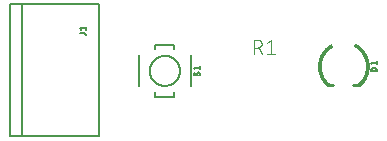
<source format=gbr>
G04 EAGLE Gerber RS-274X export*
G75*
%MOMM*%
%FSLAX34Y34*%
%LPD*%
%INSilkscreen Top*%
%IPPOS*%
%AMOC8*
5,1,8,0,0,1.08239X$1,22.5*%
G01*
%ADD10C,0.025400*%
%ADD11C,0.254000*%
%ADD12C,0.127000*%
%ADD13C,0.203200*%
%ADD14C,0.101600*%


D10*
X302128Y54714D02*
X300664Y56470D01*
X300665Y56470D02*
X301012Y56771D01*
X301352Y57080D01*
X301685Y57397D01*
X302010Y57722D01*
X302327Y58054D01*
X302636Y58394D01*
X302937Y58742D01*
X303230Y59096D01*
X303513Y59458D01*
X303788Y59826D01*
X304055Y60201D01*
X304312Y60582D01*
X304560Y60969D01*
X304798Y61361D01*
X305027Y61760D01*
X305247Y62164D01*
X305457Y62572D01*
X305657Y62986D01*
X305847Y63405D01*
X306026Y63828D01*
X306196Y64255D01*
X306355Y64686D01*
X306504Y65121D01*
X306643Y65559D01*
X306771Y66000D01*
X306888Y66445D01*
X306995Y66892D01*
X307091Y67341D01*
X307176Y67793D01*
X307250Y68246D01*
X307314Y68702D01*
X307366Y69158D01*
X307408Y69616D01*
X307438Y70074D01*
X307458Y70534D01*
X307467Y70993D01*
X309752Y70994D01*
X309753Y70993D01*
X309743Y70478D01*
X309722Y69963D01*
X309688Y69449D01*
X309642Y68936D01*
X309583Y68424D01*
X309512Y67914D01*
X309429Y67405D01*
X309334Y66899D01*
X309226Y66395D01*
X309107Y65894D01*
X308976Y65396D01*
X308832Y64901D01*
X308677Y64410D01*
X308510Y63922D01*
X308331Y63439D01*
X308141Y62960D01*
X307940Y62486D01*
X307727Y62017D01*
X307503Y61553D01*
X307268Y61094D01*
X307021Y60642D01*
X306765Y60195D01*
X306497Y59755D01*
X306219Y59321D01*
X305931Y58894D01*
X305632Y58474D01*
X305323Y58062D01*
X305005Y57656D01*
X304677Y57259D01*
X304340Y56870D01*
X303993Y56489D01*
X303637Y56116D01*
X303273Y55752D01*
X302900Y55397D01*
X302518Y55051D01*
X302128Y54714D01*
X301974Y54898D01*
X302360Y55231D01*
X302737Y55573D01*
X303106Y55925D01*
X303466Y56285D01*
X303818Y56653D01*
X304161Y57030D01*
X304494Y57415D01*
X304819Y57808D01*
X305133Y58208D01*
X305438Y58616D01*
X305734Y59031D01*
X306019Y59453D01*
X306294Y59882D01*
X306558Y60318D01*
X306812Y60759D01*
X307055Y61207D01*
X307288Y61660D01*
X307509Y62118D01*
X307720Y62582D01*
X307919Y63051D01*
X308107Y63525D01*
X308284Y64002D01*
X308449Y64484D01*
X308602Y64970D01*
X308744Y65459D01*
X308874Y65952D01*
X308992Y66447D01*
X309098Y66945D01*
X309193Y67446D01*
X309275Y67949D01*
X309345Y68453D01*
X309403Y68959D01*
X309448Y69467D01*
X309482Y69975D01*
X309503Y70484D01*
X309513Y70993D01*
X309273Y70993D01*
X309264Y70490D01*
X309242Y69987D01*
X309209Y69484D01*
X309164Y68983D01*
X309107Y68482D01*
X309037Y67984D01*
X308956Y67487D01*
X308863Y66992D01*
X308758Y66499D01*
X308641Y66010D01*
X308513Y65523D01*
X308373Y65039D01*
X308221Y64559D01*
X308058Y64083D01*
X307883Y63610D01*
X307697Y63142D01*
X307500Y62679D01*
X307292Y62220D01*
X307073Y61767D01*
X306843Y61319D01*
X306603Y60876D01*
X306352Y60440D01*
X306090Y60010D01*
X305818Y59586D01*
X305537Y59168D01*
X305245Y58758D01*
X304943Y58355D01*
X304632Y57959D01*
X304312Y57570D01*
X303982Y57190D01*
X303643Y56817D01*
X303296Y56453D01*
X302939Y56097D01*
X302575Y55750D01*
X302202Y55412D01*
X301821Y55082D01*
X301667Y55267D01*
X302044Y55592D01*
X302412Y55927D01*
X302773Y56270D01*
X303125Y56622D01*
X303468Y56982D01*
X303803Y57350D01*
X304129Y57726D01*
X304446Y58110D01*
X304753Y58501D01*
X305051Y58900D01*
X305340Y59306D01*
X305618Y59718D01*
X305887Y60137D01*
X306145Y60562D01*
X306393Y60994D01*
X306631Y61431D01*
X306858Y61874D01*
X307075Y62322D01*
X307280Y62775D01*
X307475Y63233D01*
X307659Y63696D01*
X307831Y64163D01*
X307993Y64634D01*
X308143Y65108D01*
X308281Y65586D01*
X308408Y66067D01*
X308524Y66551D01*
X308627Y67038D01*
X308720Y67527D01*
X308800Y68019D01*
X308868Y68511D01*
X308925Y69006D01*
X308970Y69502D01*
X309003Y69998D01*
X309024Y70496D01*
X309033Y70993D01*
X308793Y70993D01*
X308784Y70501D01*
X308763Y70010D01*
X308730Y69519D01*
X308686Y69029D01*
X308630Y68541D01*
X308562Y68053D01*
X308483Y67568D01*
X308392Y67085D01*
X308289Y66604D01*
X308175Y66125D01*
X308050Y65650D01*
X307913Y65177D01*
X307765Y64708D01*
X307605Y64243D01*
X307435Y63782D01*
X307253Y63324D01*
X307061Y62872D01*
X306857Y62424D01*
X306644Y61981D01*
X306419Y61543D01*
X306184Y61111D01*
X305939Y60685D01*
X305683Y60265D01*
X305418Y59850D01*
X305143Y59443D01*
X304858Y59042D01*
X304563Y58648D01*
X304259Y58261D01*
X303946Y57882D01*
X303624Y57510D01*
X303293Y57146D01*
X302954Y56790D01*
X302606Y56443D01*
X302250Y56103D01*
X301886Y55773D01*
X301513Y55451D01*
X301360Y55636D01*
X301727Y55953D01*
X302087Y56280D01*
X302439Y56615D01*
X302783Y56959D01*
X303119Y57310D01*
X303445Y57670D01*
X303764Y58037D01*
X304073Y58412D01*
X304373Y58795D01*
X304664Y59184D01*
X304946Y59580D01*
X305218Y59983D01*
X305480Y60392D01*
X305732Y60807D01*
X305975Y61229D01*
X306207Y61656D01*
X306429Y62088D01*
X306640Y62526D01*
X306841Y62968D01*
X307031Y63416D01*
X307211Y63867D01*
X307379Y64323D01*
X307537Y64783D01*
X307683Y65246D01*
X307818Y65713D01*
X307942Y66183D01*
X308055Y66656D01*
X308157Y67131D01*
X308246Y67609D01*
X308325Y68088D01*
X308392Y68570D01*
X308447Y69053D01*
X308491Y69537D01*
X308523Y70022D01*
X308544Y70507D01*
X308553Y70993D01*
X308313Y70993D01*
X308304Y70513D01*
X308283Y70033D01*
X308252Y69554D01*
X308208Y69076D01*
X308154Y68599D01*
X308087Y68123D01*
X308010Y67649D01*
X307921Y67178D01*
X307821Y66708D01*
X307709Y66241D01*
X307587Y65777D01*
X307453Y65315D01*
X307308Y64858D01*
X307153Y64403D01*
X306986Y63953D01*
X306809Y63507D01*
X306621Y63065D01*
X306423Y62627D01*
X306214Y62195D01*
X305995Y61768D01*
X305765Y61346D01*
X305526Y60930D01*
X305277Y60519D01*
X305018Y60115D01*
X304749Y59717D01*
X304471Y59326D01*
X304183Y58941D01*
X303887Y58563D01*
X303581Y58193D01*
X303267Y57830D01*
X302944Y57475D01*
X302612Y57127D01*
X302273Y56788D01*
X301925Y56457D01*
X301569Y56134D01*
X301206Y55820D01*
X301053Y56004D01*
X301411Y56315D01*
X301762Y56633D01*
X302106Y56961D01*
X302441Y57296D01*
X302769Y57639D01*
X303088Y57990D01*
X303398Y58349D01*
X303700Y58715D01*
X303993Y59088D01*
X304277Y59468D01*
X304552Y59854D01*
X304817Y60247D01*
X305073Y60647D01*
X305320Y61052D01*
X305556Y61463D01*
X305783Y61880D01*
X305999Y62302D01*
X306205Y62729D01*
X306401Y63161D01*
X306587Y63598D01*
X306762Y64039D01*
X306927Y64483D01*
X307080Y64932D01*
X307223Y65384D01*
X307355Y65840D01*
X307477Y66299D01*
X307587Y66760D01*
X307686Y67224D01*
X307773Y67690D01*
X307850Y68158D01*
X307915Y68628D01*
X307970Y69099D01*
X308012Y69572D01*
X308044Y70045D01*
X308064Y70519D01*
X308073Y70993D01*
X307833Y70993D01*
X307824Y70525D01*
X307804Y70057D01*
X307773Y69589D01*
X307731Y69123D01*
X307677Y68657D01*
X307613Y68193D01*
X307537Y67731D01*
X307450Y67270D01*
X307352Y66812D01*
X307244Y66356D01*
X307124Y65904D01*
X306993Y65454D01*
X306852Y65007D01*
X306700Y64564D01*
X306538Y64124D01*
X306365Y63689D01*
X306182Y63258D01*
X305988Y62831D01*
X305784Y62409D01*
X305570Y61992D01*
X305347Y61581D01*
X305113Y61175D01*
X304870Y60774D01*
X304617Y60380D01*
X304355Y59991D01*
X304084Y59610D01*
X303803Y59234D01*
X303514Y58866D01*
X303216Y58504D01*
X302909Y58150D01*
X302594Y57804D01*
X302271Y57464D01*
X301939Y57133D01*
X301600Y56810D01*
X301253Y56495D01*
X300899Y56189D01*
X300745Y56373D01*
X301095Y56676D01*
X301438Y56987D01*
X301773Y57306D01*
X302100Y57633D01*
X302419Y57968D01*
X302730Y58310D01*
X303033Y58660D01*
X303327Y59017D01*
X303613Y59381D01*
X303890Y59751D01*
X304158Y60129D01*
X304417Y60512D01*
X304667Y60902D01*
X304907Y61297D01*
X305137Y61698D01*
X305358Y62105D01*
X305569Y62516D01*
X305771Y62933D01*
X305962Y63354D01*
X306143Y63780D01*
X306314Y64210D01*
X306474Y64644D01*
X306624Y65082D01*
X306764Y65523D01*
X306892Y65967D01*
X307011Y66414D01*
X307118Y66864D01*
X307215Y67317D01*
X307300Y67771D01*
X307375Y68228D01*
X307439Y68686D01*
X307492Y69146D01*
X307534Y69607D01*
X307564Y70068D01*
X307584Y70531D01*
X307593Y70993D01*
X309752Y71246D02*
X307466Y71246D01*
X307467Y71247D02*
X307458Y71712D01*
X307438Y72177D01*
X307407Y72641D01*
X307364Y73104D01*
X307310Y73566D01*
X307245Y74027D01*
X307169Y74486D01*
X307082Y74943D01*
X306984Y75398D01*
X306874Y75850D01*
X306754Y76300D01*
X306623Y76746D01*
X306481Y77189D01*
X306328Y77629D01*
X306165Y78064D01*
X305991Y78496D01*
X305807Y78923D01*
X305613Y79346D01*
X305408Y79764D01*
X305193Y80177D01*
X304968Y80584D01*
X304734Y80986D01*
X304490Y81382D01*
X304236Y81772D01*
X303973Y82156D01*
X303700Y82533D01*
X303419Y82903D01*
X303129Y83267D01*
X302830Y83623D01*
X302522Y83972D01*
X302206Y84314D01*
X301882Y84648D01*
X301549Y84973D01*
X301209Y85291D01*
X300862Y85600D01*
X300507Y85901D01*
X300145Y86193D01*
X299775Y86476D01*
X299399Y86750D01*
X299017Y87015D01*
X298628Y87271D01*
X298233Y87517D01*
X297832Y87753D01*
X297426Y87980D01*
X298501Y89997D01*
X298502Y89997D01*
X298957Y89743D01*
X299407Y89479D01*
X299849Y89203D01*
X300285Y88917D01*
X300714Y88620D01*
X301136Y88314D01*
X301550Y87996D01*
X301956Y87669D01*
X302354Y87332D01*
X302743Y86986D01*
X303125Y86630D01*
X303497Y86265D01*
X303860Y85891D01*
X304215Y85509D01*
X304560Y85118D01*
X304895Y84718D01*
X305220Y84311D01*
X305536Y83896D01*
X305841Y83473D01*
X306136Y83043D01*
X306420Y82606D01*
X306694Y82162D01*
X306957Y81712D01*
X307209Y81255D01*
X307449Y80793D01*
X307679Y80324D01*
X307897Y79851D01*
X308103Y79372D01*
X308298Y78888D01*
X308480Y78400D01*
X308651Y77907D01*
X308810Y77410D01*
X308957Y76910D01*
X309092Y76406D01*
X309214Y75899D01*
X309324Y75390D01*
X309421Y74877D01*
X309506Y74363D01*
X309579Y73846D01*
X309639Y73329D01*
X309686Y72809D01*
X309721Y72289D01*
X309743Y71768D01*
X309753Y71247D01*
X309513Y71247D01*
X309503Y71762D01*
X309481Y72277D01*
X309447Y72792D01*
X309400Y73305D01*
X309341Y73817D01*
X309269Y74328D01*
X309185Y74836D01*
X309088Y75343D01*
X308980Y75847D01*
X308859Y76348D01*
X308726Y76846D01*
X308581Y77341D01*
X308423Y77832D01*
X308254Y78319D01*
X308074Y78801D01*
X307881Y79280D01*
X307677Y79753D01*
X307462Y80222D01*
X307235Y80685D01*
X306997Y81142D01*
X306748Y81593D01*
X306488Y82039D01*
X306218Y82477D01*
X305937Y82910D01*
X305645Y83335D01*
X305343Y83753D01*
X305031Y84163D01*
X304709Y84566D01*
X304378Y84961D01*
X304037Y85347D01*
X303687Y85726D01*
X303327Y86095D01*
X302959Y86456D01*
X302582Y86808D01*
X302197Y87151D01*
X301803Y87484D01*
X301402Y87807D01*
X300993Y88121D01*
X300576Y88424D01*
X300152Y88717D01*
X299721Y89000D01*
X299283Y89273D01*
X298839Y89534D01*
X298389Y89785D01*
X298276Y89574D01*
X298721Y89326D01*
X299160Y89067D01*
X299593Y88798D01*
X300019Y88518D01*
X300438Y88228D01*
X300850Y87928D01*
X301254Y87618D01*
X301651Y87298D01*
X302040Y86969D01*
X302421Y86630D01*
X302794Y86282D01*
X303158Y85926D01*
X303513Y85560D01*
X303859Y85186D01*
X304196Y84804D01*
X304524Y84414D01*
X304842Y84015D01*
X305150Y83610D01*
X305449Y83196D01*
X305737Y82776D01*
X306015Y82349D01*
X306283Y81915D01*
X306539Y81475D01*
X306786Y81029D01*
X307021Y80577D01*
X307245Y80119D01*
X307458Y79656D01*
X307660Y79188D01*
X307850Y78715D01*
X308029Y78238D01*
X308196Y77756D01*
X308351Y77271D01*
X308494Y76782D01*
X308626Y76289D01*
X308746Y75794D01*
X308853Y75296D01*
X308948Y74795D01*
X309032Y74292D01*
X309103Y73788D01*
X309161Y73281D01*
X309208Y72774D01*
X309242Y72265D01*
X309263Y71756D01*
X309273Y71247D01*
X309033Y71247D01*
X309023Y71750D01*
X309002Y72254D01*
X308968Y72756D01*
X308922Y73258D01*
X308864Y73758D01*
X308794Y74257D01*
X308712Y74754D01*
X308618Y75249D01*
X308511Y75741D01*
X308393Y76231D01*
X308263Y76718D01*
X308121Y77201D01*
X307968Y77681D01*
X307803Y78157D01*
X307626Y78629D01*
X307438Y79096D01*
X307239Y79558D01*
X307028Y80016D01*
X306806Y80469D01*
X306574Y80915D01*
X306331Y81357D01*
X306077Y81792D01*
X305812Y82220D01*
X305538Y82643D01*
X305253Y83058D01*
X304958Y83466D01*
X304653Y83868D01*
X304339Y84261D01*
X304015Y84647D01*
X303682Y85025D01*
X303339Y85395D01*
X302988Y85756D01*
X302628Y86108D01*
X302260Y86452D01*
X301884Y86787D01*
X301499Y87112D01*
X301107Y87428D01*
X300707Y87735D01*
X300300Y88031D01*
X299886Y88318D01*
X299465Y88595D01*
X299037Y88861D01*
X298603Y89117D01*
X298163Y89362D01*
X298050Y89150D01*
X298485Y88908D01*
X298914Y88655D01*
X299336Y88392D01*
X299753Y88118D01*
X300162Y87835D01*
X300564Y87542D01*
X300959Y87239D01*
X301347Y86927D01*
X301727Y86605D01*
X302099Y86274D01*
X302463Y85934D01*
X302819Y85586D01*
X303166Y85229D01*
X303504Y84864D01*
X303833Y84490D01*
X304153Y84109D01*
X304464Y83720D01*
X304765Y83323D01*
X305056Y82920D01*
X305338Y82509D01*
X305610Y82092D01*
X305871Y81668D01*
X306122Y81238D01*
X306362Y80802D01*
X306592Y80361D01*
X306811Y79913D01*
X307019Y79461D01*
X307216Y79004D01*
X307402Y78542D01*
X307577Y78076D01*
X307740Y77606D01*
X307892Y77131D01*
X308032Y76654D01*
X308160Y76173D01*
X308277Y75689D01*
X308382Y75202D01*
X308476Y74713D01*
X308557Y74222D01*
X308626Y73729D01*
X308684Y73234D01*
X308729Y72739D01*
X308762Y72242D01*
X308783Y71744D01*
X308793Y71247D01*
X308553Y71247D01*
X308544Y71738D01*
X308523Y72230D01*
X308490Y72721D01*
X308445Y73211D01*
X308388Y73699D01*
X308319Y74187D01*
X308239Y74672D01*
X308147Y75155D01*
X308043Y75636D01*
X307928Y76114D01*
X307801Y76590D01*
X307662Y77062D01*
X307512Y77530D01*
X307351Y77995D01*
X307178Y78456D01*
X306994Y78912D01*
X306800Y79364D01*
X306594Y79811D01*
X306378Y80253D01*
X306151Y80689D01*
X305913Y81120D01*
X305665Y81545D01*
X305407Y81963D01*
X305139Y82376D01*
X304860Y82781D01*
X304572Y83180D01*
X304275Y83572D01*
X303968Y83956D01*
X303651Y84333D01*
X303326Y84702D01*
X302992Y85063D01*
X302649Y85416D01*
X302298Y85761D01*
X301938Y86096D01*
X301570Y86423D01*
X301195Y86741D01*
X300812Y87050D01*
X300422Y87349D01*
X300024Y87639D01*
X299619Y87919D01*
X299208Y88189D01*
X298791Y88449D01*
X298367Y88699D01*
X297937Y88938D01*
X297824Y88726D01*
X298249Y88490D01*
X298667Y88243D01*
X299080Y87986D01*
X299486Y87719D01*
X299886Y87442D01*
X300279Y87156D01*
X300664Y86860D01*
X301043Y86555D01*
X301414Y86241D01*
X301777Y85918D01*
X302132Y85587D01*
X302479Y85246D01*
X302818Y84898D01*
X303148Y84541D01*
X303470Y84176D01*
X303782Y83804D01*
X304086Y83424D01*
X304380Y83037D01*
X304664Y82643D01*
X304939Y82242D01*
X305204Y81835D01*
X305459Y81421D01*
X305704Y81001D01*
X305939Y80576D01*
X306163Y80145D01*
X306377Y79708D01*
X306580Y79266D01*
X306773Y78820D01*
X306954Y78369D01*
X307125Y77914D01*
X307284Y77455D01*
X307432Y76992D01*
X307569Y76526D01*
X307695Y76056D01*
X307809Y75583D01*
X307912Y75108D01*
X308003Y74631D01*
X308082Y74151D01*
X308150Y73670D01*
X308206Y73187D01*
X308250Y72703D01*
X308283Y72218D01*
X308304Y71733D01*
X308313Y71247D01*
X308073Y71247D01*
X308064Y71727D01*
X308043Y72206D01*
X308011Y72685D01*
X307967Y73164D01*
X307912Y73641D01*
X307845Y74116D01*
X307766Y74590D01*
X307676Y75061D01*
X307575Y75531D01*
X307462Y75998D01*
X307338Y76461D01*
X307203Y76922D01*
X307056Y77379D01*
X306899Y77833D01*
X306730Y78283D01*
X306551Y78728D01*
X306361Y79169D01*
X306160Y79605D01*
X305949Y80037D01*
X305727Y80463D01*
X305496Y80883D01*
X305254Y81298D01*
X305001Y81706D01*
X304740Y82109D01*
X304468Y82505D01*
X304187Y82894D01*
X303896Y83277D01*
X303597Y83652D01*
X303288Y84020D01*
X302971Y84380D01*
X302644Y84732D01*
X302310Y85076D01*
X301967Y85413D01*
X301616Y85740D01*
X301257Y86059D01*
X300891Y86370D01*
X300517Y86671D01*
X300136Y86963D01*
X299748Y87246D01*
X299353Y87519D01*
X298952Y87783D01*
X298544Y88037D01*
X298131Y88281D01*
X297711Y88515D01*
X297598Y88303D01*
X298012Y88072D01*
X298421Y87831D01*
X298824Y87580D01*
X299220Y87320D01*
X299610Y87050D01*
X299993Y86770D01*
X300369Y86482D01*
X300739Y86184D01*
X301101Y85878D01*
X301455Y85562D01*
X301802Y85239D01*
X302140Y84907D01*
X302471Y84566D01*
X302793Y84218D01*
X303107Y83863D01*
X303411Y83499D01*
X303707Y83129D01*
X303994Y82751D01*
X304272Y82367D01*
X304540Y81975D01*
X304799Y81578D01*
X305048Y81174D01*
X305287Y80765D01*
X305516Y80349D01*
X305735Y79929D01*
X305943Y79503D01*
X306142Y79072D01*
X306329Y78636D01*
X306507Y78196D01*
X306673Y77752D01*
X306828Y77304D01*
X306973Y76852D01*
X307107Y76397D01*
X307229Y75939D01*
X307341Y75478D01*
X307441Y75015D01*
X307530Y74549D01*
X307607Y74081D01*
X307673Y73611D01*
X307728Y73140D01*
X307772Y72668D01*
X307803Y72195D01*
X307824Y71721D01*
X307833Y71247D01*
X307593Y71247D01*
X307584Y71715D01*
X307564Y72183D01*
X307532Y72650D01*
X307489Y73117D01*
X307435Y73582D01*
X307370Y74046D01*
X307293Y74508D01*
X307205Y74968D01*
X307106Y75426D01*
X306996Y75881D01*
X306875Y76333D01*
X306743Y76783D01*
X306601Y77229D01*
X306447Y77671D01*
X306283Y78110D01*
X306108Y78544D01*
X305922Y78974D01*
X305727Y79400D01*
X305520Y79821D01*
X305304Y80236D01*
X305078Y80646D01*
X304842Y81051D01*
X304596Y81449D01*
X304341Y81842D01*
X304076Y82228D01*
X303802Y82608D01*
X303518Y82981D01*
X303226Y83347D01*
X302925Y83706D01*
X302615Y84057D01*
X302297Y84401D01*
X301971Y84737D01*
X301636Y85065D01*
X301294Y85384D01*
X300944Y85696D01*
X300587Y85999D01*
X300222Y86292D01*
X299850Y86578D01*
X299472Y86853D01*
X299087Y87120D01*
X298695Y87377D01*
X298298Y87625D01*
X297894Y87863D01*
X297485Y88091D01*
X266828Y70994D02*
X269114Y70994D01*
X269113Y70993D02*
X269122Y70525D01*
X269143Y70057D01*
X269174Y69589D01*
X269217Y69122D01*
X269272Y68657D01*
X269338Y68193D01*
X269415Y67731D01*
X269503Y67271D01*
X269603Y66813D01*
X269714Y66357D01*
X269836Y65905D01*
X269969Y65456D01*
X270113Y65010D01*
X270267Y64567D01*
X270433Y64129D01*
X270609Y63695D01*
X270796Y63265D01*
X270993Y62840D01*
X271200Y62420D01*
X271418Y62005D01*
X271646Y61595D01*
X271883Y61191D01*
X272131Y60793D01*
X272388Y60402D01*
X272655Y60016D01*
X272931Y59637D01*
X273216Y59266D01*
X273510Y58901D01*
X273813Y58543D01*
X274125Y58193D01*
X274445Y57851D01*
X274773Y57517D01*
X275109Y57191D01*
X275454Y56873D01*
X275806Y56563D01*
X274329Y54819D01*
X274329Y54818D01*
X273934Y55165D01*
X273548Y55521D01*
X273171Y55886D01*
X272802Y56261D01*
X272443Y56644D01*
X272094Y57037D01*
X271754Y57437D01*
X271424Y57846D01*
X271104Y58263D01*
X270795Y58687D01*
X270496Y59119D01*
X270207Y59558D01*
X269930Y60004D01*
X269663Y60457D01*
X269408Y60916D01*
X269164Y61381D01*
X268931Y61852D01*
X268710Y62329D01*
X268501Y62811D01*
X268303Y63298D01*
X268118Y63789D01*
X267944Y64285D01*
X267783Y64785D01*
X267634Y65289D01*
X267498Y65796D01*
X267374Y66307D01*
X267262Y66820D01*
X267163Y67336D01*
X267077Y67854D01*
X267003Y68374D01*
X266943Y68896D01*
X266895Y69419D01*
X266859Y69943D01*
X266837Y70468D01*
X266827Y70993D01*
X267067Y70993D01*
X267077Y70474D01*
X267099Y69955D01*
X267134Y69437D01*
X267181Y68920D01*
X267242Y68404D01*
X267314Y67890D01*
X267400Y67377D01*
X267497Y66867D01*
X267608Y66360D01*
X267730Y65855D01*
X267865Y65353D01*
X268013Y64855D01*
X268172Y64361D01*
X268343Y63871D01*
X268527Y63385D01*
X268722Y62904D01*
X268929Y62427D01*
X269147Y61956D01*
X269377Y61490D01*
X269619Y61030D01*
X269871Y60577D01*
X270135Y60129D01*
X270409Y59688D01*
X270694Y59254D01*
X270990Y58827D01*
X271296Y58407D01*
X271612Y57995D01*
X271938Y57591D01*
X272274Y57195D01*
X272620Y56807D01*
X272975Y56428D01*
X273339Y56058D01*
X273712Y55696D01*
X274094Y55344D01*
X274484Y55001D01*
X274639Y55185D01*
X274253Y55523D01*
X273876Y55871D01*
X273507Y56229D01*
X273147Y56595D01*
X272796Y56970D01*
X272455Y57353D01*
X272123Y57745D01*
X271800Y58144D01*
X271488Y58551D01*
X271185Y58966D01*
X270893Y59388D01*
X270611Y59818D01*
X270340Y60254D01*
X270079Y60696D01*
X269830Y61145D01*
X269591Y61599D01*
X269364Y62060D01*
X269148Y62525D01*
X268943Y62996D01*
X268750Y63472D01*
X268569Y63953D01*
X268400Y64437D01*
X268242Y64926D01*
X268097Y65418D01*
X267963Y65914D01*
X267842Y66413D01*
X267733Y66915D01*
X267636Y67419D01*
X267552Y67925D01*
X267480Y68434D01*
X267420Y68944D01*
X267373Y69455D01*
X267339Y69967D01*
X267317Y70480D01*
X267307Y70993D01*
X267547Y70993D01*
X267557Y70486D01*
X267578Y69979D01*
X267613Y69473D01*
X267659Y68967D01*
X267718Y68463D01*
X267789Y67961D01*
X267872Y67460D01*
X267968Y66962D01*
X268076Y66466D01*
X268196Y65973D01*
X268328Y65483D01*
X268472Y64996D01*
X268627Y64513D01*
X268795Y64034D01*
X268974Y63559D01*
X269165Y63089D01*
X269367Y62624D01*
X269580Y62163D01*
X269805Y61708D01*
X270041Y61259D01*
X270288Y60815D01*
X270545Y60378D01*
X270813Y59947D01*
X271092Y59523D01*
X271380Y59106D01*
X271679Y58696D01*
X271988Y58293D01*
X272307Y57898D01*
X272635Y57511D01*
X272973Y57132D01*
X273320Y56762D01*
X273675Y56400D01*
X274040Y56047D01*
X274413Y55703D01*
X274794Y55368D01*
X274949Y55551D01*
X274572Y55882D01*
X274204Y56222D01*
X273844Y56571D01*
X273492Y56929D01*
X273149Y57295D01*
X272816Y57669D01*
X272491Y58052D01*
X272176Y58442D01*
X271871Y58840D01*
X271576Y59245D01*
X271290Y59658D01*
X271015Y60077D01*
X270750Y60503D01*
X270496Y60935D01*
X270252Y61373D01*
X270019Y61817D01*
X269797Y62267D01*
X269586Y62722D01*
X269386Y63182D01*
X269198Y63647D01*
X269020Y64116D01*
X268855Y64589D01*
X268701Y65067D01*
X268559Y65548D01*
X268428Y66032D01*
X268310Y66519D01*
X268203Y67009D01*
X268109Y67502D01*
X268026Y67996D01*
X267956Y68493D01*
X267898Y68991D01*
X267852Y69491D01*
X267818Y69991D01*
X267797Y70492D01*
X267787Y70993D01*
X268027Y70993D01*
X268037Y70498D01*
X268058Y70003D01*
X268091Y69508D01*
X268137Y69015D01*
X268194Y68523D01*
X268264Y68032D01*
X268345Y67543D01*
X268439Y67057D01*
X268544Y66572D01*
X268661Y66091D01*
X268790Y65612D01*
X268930Y65137D01*
X269083Y64665D01*
X269246Y64198D01*
X269421Y63734D01*
X269607Y63275D01*
X269805Y62820D01*
X270013Y62371D01*
X270233Y61926D01*
X270463Y61488D01*
X270704Y61054D01*
X270955Y60627D01*
X271217Y60207D01*
X271489Y59792D01*
X271771Y59385D01*
X272063Y58984D01*
X272365Y58591D01*
X272676Y58206D01*
X272996Y57828D01*
X273326Y57458D01*
X273664Y57096D01*
X274012Y56742D01*
X274368Y56397D01*
X274732Y56061D01*
X275104Y55734D01*
X275259Y55917D01*
X274891Y56241D01*
X274532Y56573D01*
X274180Y56913D01*
X273837Y57263D01*
X273502Y57620D01*
X273177Y57986D01*
X272860Y58359D01*
X272553Y58740D01*
X272255Y59129D01*
X271966Y59524D01*
X271688Y59927D01*
X271419Y60336D01*
X271160Y60752D01*
X270912Y61174D01*
X270674Y61602D01*
X270447Y62035D01*
X270230Y62474D01*
X270024Y62919D01*
X269829Y63368D01*
X269645Y63821D01*
X269472Y64279D01*
X269310Y64741D01*
X269160Y65207D01*
X269021Y65677D01*
X268894Y66150D01*
X268778Y66625D01*
X268674Y67104D01*
X268582Y67585D01*
X268501Y68068D01*
X268432Y68552D01*
X268375Y69039D01*
X268331Y69526D01*
X268298Y70015D01*
X268276Y70504D01*
X268267Y70993D01*
X268507Y70993D01*
X268516Y70510D01*
X268537Y70027D01*
X268570Y69544D01*
X268614Y69062D01*
X268670Y68582D01*
X268738Y68103D01*
X268818Y67626D01*
X268909Y67151D01*
X269012Y66679D01*
X269126Y66209D01*
X269252Y65742D01*
X269389Y65278D01*
X269538Y64818D01*
X269697Y64361D01*
X269868Y63909D01*
X270050Y63460D01*
X270243Y63017D01*
X270446Y62578D01*
X270660Y62144D01*
X270885Y61716D01*
X271120Y61293D01*
X271365Y60877D01*
X271621Y60466D01*
X271886Y60062D01*
X272162Y59664D01*
X272446Y59273D01*
X272741Y58889D01*
X273044Y58513D01*
X273357Y58144D01*
X273679Y57783D01*
X274009Y57430D01*
X274348Y57085D01*
X274695Y56748D01*
X275051Y56420D01*
X275414Y56101D01*
X275569Y56284D01*
X275210Y56599D01*
X274859Y56923D01*
X274516Y57256D01*
X274182Y57597D01*
X273855Y57945D01*
X273538Y58302D01*
X273229Y58667D01*
X272929Y59038D01*
X272638Y59417D01*
X272357Y59803D01*
X272085Y60196D01*
X271823Y60596D01*
X271571Y61001D01*
X271328Y61413D01*
X271096Y61830D01*
X270874Y62253D01*
X270663Y62682D01*
X270462Y63115D01*
X270271Y63553D01*
X270092Y63996D01*
X269923Y64443D01*
X269765Y64894D01*
X269619Y65348D01*
X269483Y65806D01*
X269359Y66268D01*
X269246Y66732D01*
X269144Y67199D01*
X269054Y67668D01*
X268976Y68139D01*
X268909Y68612D01*
X268853Y69086D01*
X268809Y69562D01*
X268777Y70039D01*
X268756Y70516D01*
X268747Y70993D01*
X268987Y70993D01*
X268996Y70522D01*
X269017Y70050D01*
X269049Y69580D01*
X269092Y69110D01*
X269147Y68641D01*
X269213Y68174D01*
X269291Y67709D01*
X269380Y67246D01*
X269480Y66785D01*
X269592Y66327D01*
X269714Y65871D01*
X269848Y65419D01*
X269993Y64970D01*
X270149Y64524D01*
X270315Y64083D01*
X270493Y63646D01*
X270681Y63213D01*
X270879Y62785D01*
X271088Y62362D01*
X271307Y61945D01*
X271536Y61532D01*
X271776Y61126D01*
X272025Y60725D01*
X272284Y60331D01*
X272552Y59943D01*
X272830Y59562D01*
X273117Y59187D01*
X273413Y58820D01*
X273718Y58460D01*
X274032Y58108D01*
X274354Y57763D01*
X274685Y57427D01*
X275023Y57099D01*
X275370Y56779D01*
X275724Y56467D01*
X277531Y89692D02*
X278666Y87707D01*
X278665Y87708D02*
X278267Y87470D01*
X277875Y87224D01*
X277490Y86967D01*
X277110Y86702D01*
X276737Y86428D01*
X276371Y86144D01*
X276012Y85852D01*
X275660Y85551D01*
X275315Y85242D01*
X274978Y84925D01*
X274648Y84599D01*
X274327Y84266D01*
X274013Y83925D01*
X273708Y83576D01*
X273412Y83221D01*
X273124Y82858D01*
X272845Y82488D01*
X272575Y82112D01*
X272314Y81729D01*
X272063Y81340D01*
X271821Y80946D01*
X271588Y80545D01*
X271366Y80139D01*
X271153Y79728D01*
X270950Y79311D01*
X270757Y78890D01*
X270575Y78465D01*
X270403Y78035D01*
X270241Y77601D01*
X270090Y77163D01*
X269949Y76722D01*
X269819Y76277D01*
X269700Y75830D01*
X269592Y75380D01*
X269494Y74927D01*
X269408Y74472D01*
X269333Y74015D01*
X269268Y73556D01*
X269215Y73096D01*
X269173Y72635D01*
X269142Y72173D01*
X269122Y71710D01*
X269113Y71247D01*
X266828Y71247D01*
X266827Y71247D01*
X266837Y71766D01*
X266859Y72285D01*
X266893Y72803D01*
X266940Y73320D01*
X266999Y73835D01*
X267071Y74349D01*
X267155Y74861D01*
X267252Y75371D01*
X267361Y75879D01*
X267482Y76383D01*
X267615Y76885D01*
X267761Y77383D01*
X267918Y77878D01*
X268088Y78368D01*
X268269Y78855D01*
X268462Y79337D01*
X268666Y79814D01*
X268882Y80285D01*
X269109Y80752D01*
X269348Y81213D01*
X269597Y81668D01*
X269858Y82117D01*
X270129Y82559D01*
X270411Y82995D01*
X270703Y83424D01*
X271006Y83846D01*
X271319Y84260D01*
X271641Y84666D01*
X271974Y85065D01*
X272316Y85456D01*
X272667Y85838D01*
X273027Y86211D01*
X273397Y86576D01*
X273775Y86931D01*
X274161Y87278D01*
X274556Y87615D01*
X274959Y87942D01*
X275369Y88259D01*
X275788Y88567D01*
X276213Y88864D01*
X276646Y89151D01*
X277085Y89427D01*
X277531Y89692D01*
X277650Y89484D01*
X277209Y89222D01*
X276775Y88948D01*
X276347Y88665D01*
X275926Y88371D01*
X275513Y88067D01*
X275107Y87753D01*
X274709Y87429D01*
X274318Y87096D01*
X273936Y86754D01*
X273563Y86402D01*
X273197Y86042D01*
X272841Y85673D01*
X272494Y85295D01*
X272156Y84909D01*
X271827Y84515D01*
X271508Y84113D01*
X271199Y83703D01*
X270900Y83286D01*
X270611Y82862D01*
X270332Y82431D01*
X270064Y81994D01*
X269806Y81550D01*
X269560Y81100D01*
X269324Y80645D01*
X269099Y80183D01*
X268886Y79717D01*
X268683Y79245D01*
X268493Y78769D01*
X268314Y78288D01*
X268146Y77803D01*
X267991Y77314D01*
X267847Y76821D01*
X267715Y76325D01*
X267595Y75826D01*
X267487Y75325D01*
X267392Y74820D01*
X267309Y74314D01*
X267238Y73806D01*
X267179Y73296D01*
X267132Y72785D01*
X267098Y72273D01*
X267077Y71760D01*
X267067Y71247D01*
X267307Y71247D01*
X267317Y71755D01*
X267338Y72261D01*
X267372Y72768D01*
X267418Y73273D01*
X267476Y73777D01*
X267546Y74279D01*
X267628Y74780D01*
X267723Y75278D01*
X267829Y75774D01*
X267948Y76267D01*
X268078Y76757D01*
X268220Y77244D01*
X268374Y77728D01*
X268540Y78207D01*
X268717Y78683D01*
X268905Y79153D01*
X269105Y79620D01*
X269316Y80081D01*
X269538Y80537D01*
X269771Y80988D01*
X270015Y81432D01*
X270270Y81871D01*
X270535Y82304D01*
X270811Y82729D01*
X271096Y83149D01*
X271392Y83561D01*
X271698Y83966D01*
X272013Y84363D01*
X272338Y84752D01*
X272672Y85134D01*
X273015Y85508D01*
X273368Y85873D01*
X273729Y86229D01*
X274098Y86577D01*
X274476Y86915D01*
X274862Y87244D01*
X275255Y87564D01*
X275657Y87875D01*
X276065Y88175D01*
X276481Y88466D01*
X276904Y88746D01*
X277333Y89016D01*
X277769Y89276D01*
X277888Y89067D01*
X277457Y88811D01*
X277033Y88544D01*
X276615Y88267D01*
X276204Y87979D01*
X275800Y87682D01*
X275404Y87376D01*
X275014Y87059D01*
X274633Y86734D01*
X274260Y86399D01*
X273895Y86056D01*
X273538Y85703D01*
X273190Y85343D01*
X272850Y84973D01*
X272520Y84596D01*
X272199Y84211D01*
X271887Y83818D01*
X271585Y83418D01*
X271293Y83011D01*
X271010Y82597D01*
X270738Y82176D01*
X270476Y81748D01*
X270224Y81314D01*
X269983Y80875D01*
X269753Y80429D01*
X269533Y79979D01*
X269325Y79523D01*
X269127Y79062D01*
X268941Y78596D01*
X268766Y78127D01*
X268602Y77653D01*
X268450Y77175D01*
X268310Y76694D01*
X268181Y76209D01*
X268064Y75721D01*
X267958Y75231D01*
X267865Y74739D01*
X267783Y74244D01*
X267714Y73747D01*
X267656Y73249D01*
X267611Y72750D01*
X267578Y72250D01*
X267557Y71749D01*
X267547Y71247D01*
X267787Y71247D01*
X267796Y71743D01*
X267817Y72238D01*
X267850Y72732D01*
X267895Y73226D01*
X267952Y73718D01*
X268021Y74209D01*
X268101Y74698D01*
X268194Y75185D01*
X268298Y75669D01*
X268414Y76151D01*
X268541Y76630D01*
X268680Y77105D01*
X268830Y77578D01*
X268992Y78046D01*
X269165Y78510D01*
X269349Y78970D01*
X269544Y79426D01*
X269750Y79876D01*
X269967Y80322D01*
X270195Y80762D01*
X270433Y81196D01*
X270682Y81625D01*
X270941Y82048D01*
X271210Y82464D01*
X271489Y82873D01*
X271778Y83276D01*
X272077Y83671D01*
X272385Y84059D01*
X272702Y84440D01*
X273029Y84813D01*
X273364Y85177D01*
X273708Y85534D01*
X274061Y85882D01*
X274421Y86222D01*
X274790Y86553D01*
X275167Y86874D01*
X275552Y87187D01*
X275944Y87490D01*
X276343Y87784D01*
X276749Y88067D01*
X277162Y88341D01*
X277581Y88605D01*
X278007Y88859D01*
X278126Y88651D01*
X277706Y88400D01*
X277291Y88139D01*
X276883Y87868D01*
X276482Y87588D01*
X276087Y87298D01*
X275700Y86998D01*
X275320Y86689D01*
X274948Y86371D01*
X274583Y86045D01*
X274227Y85709D01*
X273878Y85365D01*
X273538Y85012D01*
X273207Y84652D01*
X272884Y84284D01*
X272571Y83907D01*
X272266Y83524D01*
X271971Y83133D01*
X271686Y82735D01*
X271410Y82331D01*
X271144Y81920D01*
X270888Y81502D01*
X270642Y81079D01*
X270407Y80649D01*
X270182Y80214D01*
X269968Y79774D01*
X269764Y79329D01*
X269571Y78879D01*
X269389Y78424D01*
X269218Y77965D01*
X269058Y77503D01*
X268910Y77036D01*
X268772Y76566D01*
X268646Y76093D01*
X268532Y75617D01*
X268429Y75138D01*
X268338Y74657D01*
X268258Y74174D01*
X268190Y73689D01*
X268134Y73202D01*
X268090Y72715D01*
X268057Y72226D01*
X268036Y71737D01*
X268027Y71247D01*
X268267Y71247D01*
X268276Y71731D01*
X268297Y72214D01*
X268329Y72697D01*
X268373Y73179D01*
X268429Y73660D01*
X268496Y74139D01*
X268574Y74616D01*
X268665Y75091D01*
X268766Y75564D01*
X268879Y76035D01*
X269004Y76502D01*
X269139Y76967D01*
X269286Y77428D01*
X269444Y77885D01*
X269613Y78338D01*
X269793Y78787D01*
X269983Y79232D01*
X270185Y79672D01*
X270397Y80107D01*
X270619Y80536D01*
X270851Y80961D01*
X271094Y81379D01*
X271347Y81792D01*
X271610Y82198D01*
X271882Y82598D01*
X272164Y82991D01*
X272456Y83377D01*
X272757Y83756D01*
X273066Y84127D01*
X273385Y84491D01*
X273712Y84847D01*
X274048Y85196D01*
X274393Y85536D01*
X274745Y85867D01*
X275105Y86190D01*
X275473Y86504D01*
X275848Y86809D01*
X276231Y87105D01*
X276621Y87392D01*
X277017Y87669D01*
X277420Y87937D01*
X277830Y88194D01*
X278245Y88442D01*
X278364Y88234D01*
X277954Y87989D01*
X277549Y87734D01*
X277151Y87470D01*
X276760Y87196D01*
X276375Y86913D01*
X275997Y86621D01*
X275626Y86319D01*
X275262Y86009D01*
X274907Y85690D01*
X274559Y85362D01*
X274219Y85026D01*
X273887Y84682D01*
X273563Y84331D01*
X273249Y83971D01*
X272943Y83604D01*
X272645Y83229D01*
X272358Y82848D01*
X272079Y82460D01*
X271810Y82065D01*
X271550Y81664D01*
X271300Y81256D01*
X271061Y80843D01*
X270831Y80424D01*
X270611Y79999D01*
X270402Y79570D01*
X270203Y79135D01*
X270015Y78696D01*
X269837Y78252D01*
X269670Y77804D01*
X269514Y77353D01*
X269369Y76897D01*
X269235Y76438D01*
X269112Y75977D01*
X269000Y75512D01*
X268900Y75045D01*
X268811Y74575D01*
X268733Y74104D01*
X268667Y73630D01*
X268612Y73156D01*
X268568Y72680D01*
X268537Y72203D01*
X268516Y71725D01*
X268507Y71247D01*
X268747Y71247D01*
X268756Y71719D01*
X268776Y72191D01*
X268808Y72662D01*
X268851Y73132D01*
X268905Y73601D01*
X268971Y74069D01*
X269047Y74534D01*
X269135Y74998D01*
X269235Y75460D01*
X269345Y75918D01*
X269466Y76375D01*
X269599Y76828D01*
X269742Y77278D01*
X269896Y77724D01*
X270061Y78166D01*
X270236Y78604D01*
X270422Y79038D01*
X270619Y79467D01*
X270826Y79892D01*
X271043Y80311D01*
X271270Y80725D01*
X271506Y81133D01*
X271753Y81536D01*
X272010Y81932D01*
X272275Y82322D01*
X272551Y82706D01*
X272835Y83082D01*
X273128Y83452D01*
X273431Y83815D01*
X273742Y84170D01*
X274061Y84517D01*
X274389Y84857D01*
X274725Y85189D01*
X275068Y85512D01*
X275420Y85828D01*
X275779Y86134D01*
X276145Y86432D01*
X276518Y86721D01*
X276898Y87001D01*
X277285Y87271D01*
X277679Y87532D01*
X278078Y87784D01*
X278483Y88025D01*
X278603Y87817D01*
X278202Y87578D01*
X277808Y87330D01*
X277419Y87072D01*
X277037Y86805D01*
X276662Y86529D01*
X276293Y86243D01*
X275931Y85949D01*
X275577Y85646D01*
X275230Y85335D01*
X274891Y85016D01*
X274559Y84688D01*
X274235Y84352D01*
X273920Y84009D01*
X273613Y83658D01*
X273314Y83300D01*
X273025Y82935D01*
X272744Y82563D01*
X272472Y82184D01*
X272209Y81799D01*
X271956Y81408D01*
X271713Y81010D01*
X271479Y80607D01*
X271254Y80198D01*
X271040Y79784D01*
X270836Y79365D01*
X270642Y78941D01*
X270458Y78513D01*
X270285Y78080D01*
X270122Y77643D01*
X269970Y77203D01*
X269829Y76758D01*
X269698Y76311D01*
X269578Y75860D01*
X269469Y75407D01*
X269371Y74951D01*
X269284Y74493D01*
X269208Y74033D01*
X269143Y73572D01*
X269090Y73109D01*
X269047Y72644D01*
X269016Y72179D01*
X268996Y71714D01*
X268987Y71247D01*
D11*
X296164Y55372D02*
X301244Y55372D01*
X279908Y55372D02*
X275336Y55372D01*
D12*
X311785Y66945D02*
X316611Y66945D01*
X311785Y66945D02*
X311785Y68285D01*
X311787Y68355D01*
X311792Y68425D01*
X311802Y68495D01*
X311814Y68564D01*
X311831Y68632D01*
X311851Y68699D01*
X311874Y68766D01*
X311901Y68830D01*
X311931Y68894D01*
X311965Y68956D01*
X312001Y69015D01*
X312041Y69073D01*
X312084Y69129D01*
X312129Y69182D01*
X312178Y69233D01*
X312229Y69282D01*
X312282Y69327D01*
X312338Y69370D01*
X312396Y69410D01*
X312456Y69446D01*
X312517Y69480D01*
X312581Y69510D01*
X312645Y69537D01*
X312712Y69560D01*
X312779Y69580D01*
X312847Y69597D01*
X312916Y69609D01*
X312986Y69619D01*
X313056Y69624D01*
X313126Y69626D01*
X315270Y69626D01*
X315340Y69624D01*
X315410Y69619D01*
X315480Y69609D01*
X315549Y69597D01*
X315617Y69580D01*
X315684Y69560D01*
X315751Y69537D01*
X315815Y69510D01*
X315879Y69480D01*
X315941Y69446D01*
X316000Y69410D01*
X316058Y69370D01*
X316114Y69327D01*
X316167Y69282D01*
X316218Y69233D01*
X316267Y69182D01*
X316312Y69129D01*
X316355Y69073D01*
X316395Y69015D01*
X316431Y68955D01*
X316465Y68894D01*
X316495Y68830D01*
X316522Y68766D01*
X316545Y68699D01*
X316565Y68632D01*
X316582Y68564D01*
X316594Y68495D01*
X316604Y68425D01*
X316609Y68355D01*
X316611Y68285D01*
X316611Y66945D01*
X312857Y72614D02*
X311785Y73955D01*
X316611Y73955D01*
X316611Y75295D02*
X316611Y72614D01*
D13*
X81370Y123710D02*
X81370Y11710D01*
X16370Y11710D01*
X6370Y11710D01*
X6370Y123710D01*
X16370Y123710D01*
X81370Y123710D01*
X16370Y123710D02*
X16370Y11710D01*
D12*
X65405Y99146D02*
X69159Y99146D01*
X69224Y99144D01*
X69288Y99138D01*
X69352Y99128D01*
X69416Y99115D01*
X69478Y99097D01*
X69539Y99076D01*
X69599Y99052D01*
X69657Y99023D01*
X69714Y98991D01*
X69768Y98956D01*
X69820Y98918D01*
X69870Y98876D01*
X69917Y98832D01*
X69961Y98785D01*
X70003Y98735D01*
X70041Y98683D01*
X70076Y98629D01*
X70108Y98572D01*
X70137Y98514D01*
X70161Y98454D01*
X70182Y98393D01*
X70200Y98331D01*
X70213Y98267D01*
X70223Y98203D01*
X70229Y98139D01*
X70231Y98074D01*
X70231Y97537D01*
X66477Y102094D02*
X65405Y103434D01*
X70231Y103434D01*
X70231Y102094D02*
X70231Y104775D01*
D14*
X212598Y93472D02*
X212598Y81788D01*
X212598Y93472D02*
X215844Y93472D01*
X215957Y93470D01*
X216070Y93464D01*
X216183Y93454D01*
X216296Y93440D01*
X216408Y93423D01*
X216519Y93401D01*
X216629Y93376D01*
X216739Y93346D01*
X216847Y93313D01*
X216954Y93276D01*
X217060Y93236D01*
X217164Y93191D01*
X217267Y93143D01*
X217368Y93092D01*
X217467Y93037D01*
X217564Y92979D01*
X217659Y92917D01*
X217752Y92852D01*
X217842Y92784D01*
X217930Y92713D01*
X218016Y92638D01*
X218099Y92561D01*
X218179Y92481D01*
X218256Y92398D01*
X218331Y92312D01*
X218402Y92224D01*
X218470Y92134D01*
X218535Y92041D01*
X218597Y91946D01*
X218655Y91849D01*
X218710Y91750D01*
X218761Y91649D01*
X218809Y91546D01*
X218854Y91442D01*
X218894Y91336D01*
X218931Y91229D01*
X218964Y91121D01*
X218994Y91011D01*
X219019Y90901D01*
X219041Y90790D01*
X219058Y90678D01*
X219072Y90565D01*
X219082Y90452D01*
X219088Y90339D01*
X219090Y90226D01*
X219088Y90113D01*
X219082Y90000D01*
X219072Y89887D01*
X219058Y89774D01*
X219041Y89662D01*
X219019Y89551D01*
X218994Y89441D01*
X218964Y89331D01*
X218931Y89223D01*
X218894Y89116D01*
X218854Y89010D01*
X218809Y88906D01*
X218761Y88803D01*
X218710Y88702D01*
X218655Y88603D01*
X218597Y88506D01*
X218535Y88411D01*
X218470Y88318D01*
X218402Y88228D01*
X218331Y88140D01*
X218256Y88054D01*
X218179Y87971D01*
X218099Y87891D01*
X218016Y87814D01*
X217930Y87739D01*
X217842Y87668D01*
X217752Y87600D01*
X217659Y87535D01*
X217564Y87473D01*
X217467Y87415D01*
X217368Y87360D01*
X217267Y87309D01*
X217164Y87261D01*
X217060Y87216D01*
X216954Y87176D01*
X216847Y87139D01*
X216739Y87106D01*
X216629Y87076D01*
X216519Y87051D01*
X216408Y87029D01*
X216296Y87012D01*
X216183Y86998D01*
X216070Y86988D01*
X215957Y86982D01*
X215844Y86980D01*
X215844Y86981D02*
X212598Y86981D01*
X216493Y86981D02*
X219089Y81788D01*
X223954Y90876D02*
X227200Y93472D01*
X227200Y81788D01*
X230445Y81788D02*
X223954Y81788D01*
D13*
X145160Y89310D02*
X129160Y89310D01*
X159160Y80310D02*
X159160Y54310D01*
X145160Y45310D02*
X129160Y45310D01*
X115160Y54310D02*
X115160Y80310D01*
X145160Y49310D02*
X145160Y45310D01*
X129160Y45310D02*
X129160Y49310D01*
X145160Y85310D02*
X145160Y89310D01*
X129160Y89310D02*
X129160Y85310D01*
X124460Y67310D02*
X124464Y67622D01*
X124475Y67933D01*
X124494Y68244D01*
X124521Y68555D01*
X124556Y68865D01*
X124597Y69173D01*
X124647Y69481D01*
X124704Y69788D01*
X124769Y70093D01*
X124841Y70396D01*
X124920Y70697D01*
X125007Y70997D01*
X125101Y71294D01*
X125202Y71589D01*
X125311Y71881D01*
X125427Y72170D01*
X125550Y72457D01*
X125679Y72740D01*
X125816Y73020D01*
X125960Y73297D01*
X126110Y73570D01*
X126267Y73839D01*
X126430Y74104D01*
X126600Y74366D01*
X126777Y74623D01*
X126959Y74875D01*
X127148Y75123D01*
X127343Y75367D01*
X127543Y75605D01*
X127750Y75839D01*
X127962Y76067D01*
X128180Y76290D01*
X128403Y76508D01*
X128631Y76720D01*
X128865Y76927D01*
X129103Y77127D01*
X129347Y77322D01*
X129595Y77511D01*
X129847Y77693D01*
X130104Y77870D01*
X130366Y78040D01*
X130631Y78203D01*
X130900Y78360D01*
X131173Y78510D01*
X131450Y78654D01*
X131730Y78791D01*
X132013Y78920D01*
X132300Y79043D01*
X132589Y79159D01*
X132881Y79268D01*
X133176Y79369D01*
X133473Y79463D01*
X133773Y79550D01*
X134074Y79629D01*
X134377Y79701D01*
X134682Y79766D01*
X134989Y79823D01*
X135297Y79873D01*
X135605Y79914D01*
X135915Y79949D01*
X136226Y79976D01*
X136537Y79995D01*
X136848Y80006D01*
X137160Y80010D01*
X137472Y80006D01*
X137783Y79995D01*
X138094Y79976D01*
X138405Y79949D01*
X138715Y79914D01*
X139023Y79873D01*
X139331Y79823D01*
X139638Y79766D01*
X139943Y79701D01*
X140246Y79629D01*
X140547Y79550D01*
X140847Y79463D01*
X141144Y79369D01*
X141439Y79268D01*
X141731Y79159D01*
X142020Y79043D01*
X142307Y78920D01*
X142590Y78791D01*
X142870Y78654D01*
X143147Y78510D01*
X143420Y78360D01*
X143689Y78203D01*
X143954Y78040D01*
X144216Y77870D01*
X144473Y77693D01*
X144725Y77511D01*
X144973Y77322D01*
X145217Y77127D01*
X145455Y76927D01*
X145689Y76720D01*
X145917Y76508D01*
X146140Y76290D01*
X146358Y76067D01*
X146570Y75839D01*
X146777Y75605D01*
X146977Y75367D01*
X147172Y75123D01*
X147361Y74875D01*
X147543Y74623D01*
X147720Y74366D01*
X147890Y74104D01*
X148053Y73839D01*
X148210Y73570D01*
X148360Y73297D01*
X148504Y73020D01*
X148641Y72740D01*
X148770Y72457D01*
X148893Y72170D01*
X149009Y71881D01*
X149118Y71589D01*
X149219Y71294D01*
X149313Y70997D01*
X149400Y70697D01*
X149479Y70396D01*
X149551Y70093D01*
X149616Y69788D01*
X149673Y69481D01*
X149723Y69173D01*
X149764Y68865D01*
X149799Y68555D01*
X149826Y68244D01*
X149845Y67933D01*
X149856Y67622D01*
X149860Y67310D01*
X149856Y66998D01*
X149845Y66687D01*
X149826Y66376D01*
X149799Y66065D01*
X149764Y65755D01*
X149723Y65447D01*
X149673Y65139D01*
X149616Y64832D01*
X149551Y64527D01*
X149479Y64224D01*
X149400Y63923D01*
X149313Y63623D01*
X149219Y63326D01*
X149118Y63031D01*
X149009Y62739D01*
X148893Y62450D01*
X148770Y62163D01*
X148641Y61880D01*
X148504Y61600D01*
X148360Y61323D01*
X148210Y61050D01*
X148053Y60781D01*
X147890Y60516D01*
X147720Y60254D01*
X147543Y59997D01*
X147361Y59745D01*
X147172Y59497D01*
X146977Y59253D01*
X146777Y59015D01*
X146570Y58781D01*
X146358Y58553D01*
X146140Y58330D01*
X145917Y58112D01*
X145689Y57900D01*
X145455Y57693D01*
X145217Y57493D01*
X144973Y57298D01*
X144725Y57109D01*
X144473Y56927D01*
X144216Y56750D01*
X143954Y56580D01*
X143689Y56417D01*
X143420Y56260D01*
X143147Y56110D01*
X142870Y55966D01*
X142590Y55829D01*
X142307Y55700D01*
X142020Y55577D01*
X141731Y55461D01*
X141439Y55352D01*
X141144Y55251D01*
X140847Y55157D01*
X140547Y55070D01*
X140246Y54991D01*
X139943Y54919D01*
X139638Y54854D01*
X139331Y54797D01*
X139023Y54747D01*
X138715Y54706D01*
X138405Y54671D01*
X138094Y54644D01*
X137783Y54625D01*
X137472Y54614D01*
X137160Y54610D01*
X136848Y54614D01*
X136537Y54625D01*
X136226Y54644D01*
X135915Y54671D01*
X135605Y54706D01*
X135297Y54747D01*
X134989Y54797D01*
X134682Y54854D01*
X134377Y54919D01*
X134074Y54991D01*
X133773Y55070D01*
X133473Y55157D01*
X133176Y55251D01*
X132881Y55352D01*
X132589Y55461D01*
X132300Y55577D01*
X132013Y55700D01*
X131730Y55829D01*
X131450Y55966D01*
X131173Y56110D01*
X130900Y56260D01*
X130631Y56417D01*
X130366Y56580D01*
X130104Y56750D01*
X129847Y56927D01*
X129595Y57109D01*
X129347Y57298D01*
X129103Y57493D01*
X128865Y57693D01*
X128631Y57900D01*
X128403Y58112D01*
X128180Y58330D01*
X127962Y58553D01*
X127750Y58781D01*
X127543Y59015D01*
X127343Y59253D01*
X127148Y59497D01*
X126959Y59745D01*
X126777Y59997D01*
X126600Y60254D01*
X126430Y60516D01*
X126267Y60781D01*
X126110Y61050D01*
X125960Y61323D01*
X125816Y61600D01*
X125679Y61880D01*
X125550Y62163D01*
X125427Y62450D01*
X125311Y62739D01*
X125202Y63031D01*
X125101Y63326D01*
X125007Y63623D01*
X124920Y63923D01*
X124841Y64224D01*
X124769Y64527D01*
X124704Y64832D01*
X124647Y65139D01*
X124597Y65447D01*
X124556Y65755D01*
X124521Y66065D01*
X124494Y66376D01*
X124475Y66687D01*
X124464Y66998D01*
X124460Y67310D01*
D12*
X165679Y65998D02*
X165744Y65996D01*
X165808Y65990D01*
X165872Y65980D01*
X165936Y65967D01*
X165998Y65949D01*
X166059Y65928D01*
X166119Y65904D01*
X166177Y65875D01*
X166234Y65843D01*
X166288Y65808D01*
X166340Y65770D01*
X166390Y65728D01*
X166437Y65684D01*
X166481Y65637D01*
X166523Y65587D01*
X166561Y65535D01*
X166596Y65481D01*
X166628Y65424D01*
X166657Y65366D01*
X166681Y65306D01*
X166702Y65245D01*
X166720Y65183D01*
X166733Y65119D01*
X166743Y65055D01*
X166749Y64991D01*
X166751Y64926D01*
X166749Y64832D01*
X166743Y64738D01*
X166733Y64644D01*
X166720Y64551D01*
X166702Y64459D01*
X166681Y64367D01*
X166656Y64276D01*
X166627Y64186D01*
X166594Y64098D01*
X166558Y64011D01*
X166518Y63926D01*
X166475Y63842D01*
X166428Y63761D01*
X166378Y63681D01*
X166325Y63603D01*
X166268Y63528D01*
X166209Y63455D01*
X166146Y63385D01*
X166081Y63317D01*
X162997Y63452D02*
X162932Y63454D01*
X162868Y63460D01*
X162804Y63470D01*
X162740Y63483D01*
X162678Y63501D01*
X162617Y63522D01*
X162557Y63546D01*
X162499Y63575D01*
X162442Y63607D01*
X162388Y63642D01*
X162336Y63680D01*
X162286Y63722D01*
X162239Y63766D01*
X162195Y63813D01*
X162153Y63863D01*
X162115Y63915D01*
X162080Y63969D01*
X162048Y64026D01*
X162019Y64084D01*
X161995Y64144D01*
X161974Y64205D01*
X161956Y64267D01*
X161943Y64331D01*
X161933Y64395D01*
X161927Y64459D01*
X161925Y64524D01*
X161927Y64610D01*
X161932Y64696D01*
X161942Y64782D01*
X161955Y64867D01*
X161971Y64952D01*
X161991Y65036D01*
X162015Y65119D01*
X162042Y65201D01*
X162073Y65281D01*
X162107Y65361D01*
X162145Y65438D01*
X162186Y65514D01*
X162230Y65588D01*
X162277Y65661D01*
X162327Y65731D01*
X163935Y63988D02*
X163902Y63935D01*
X163865Y63884D01*
X163826Y63835D01*
X163784Y63788D01*
X163739Y63744D01*
X163692Y63703D01*
X163643Y63664D01*
X163591Y63628D01*
X163537Y63595D01*
X163482Y63566D01*
X163425Y63540D01*
X163366Y63517D01*
X163307Y63497D01*
X163246Y63481D01*
X163185Y63468D01*
X163122Y63459D01*
X163060Y63454D01*
X162997Y63452D01*
X164741Y65463D02*
X164774Y65516D01*
X164811Y65567D01*
X164850Y65616D01*
X164892Y65663D01*
X164937Y65707D01*
X164984Y65748D01*
X165033Y65787D01*
X165085Y65823D01*
X165139Y65856D01*
X165194Y65885D01*
X165251Y65911D01*
X165310Y65934D01*
X165369Y65954D01*
X165430Y65970D01*
X165491Y65983D01*
X165554Y65992D01*
X165616Y65997D01*
X165679Y65999D01*
X164740Y65463D02*
X163936Y63988D01*
X162997Y68621D02*
X161925Y69962D01*
X166751Y69962D01*
X166751Y71302D02*
X166751Y68621D01*
M02*

</source>
